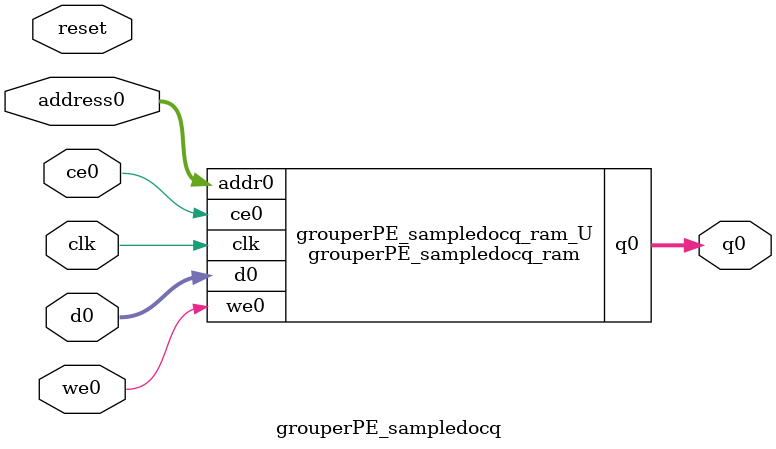
<source format=v>
`timescale 1 ns / 1 ps
module grouperPE_sampledocq_ram (addr0, ce0, d0, we0, q0,  clk);

parameter DWIDTH = 8;
parameter AWIDTH = 11;
parameter MEM_SIZE = 2048;

input[AWIDTH-1:0] addr0;
input ce0;
input[DWIDTH-1:0] d0;
input we0;
output reg[DWIDTH-1:0] q0;
input clk;

(* ram_style = "block" *)reg [DWIDTH-1:0] ram[0:MEM_SIZE-1];




always @(posedge clk)  
begin 
    if (ce0) 
    begin
        if (we0) 
        begin 
            ram[addr0] <= d0; 
        end 
        q0 <= ram[addr0];
    end
end


endmodule

`timescale 1 ns / 1 ps
module grouperPE_sampledocq(
    reset,
    clk,
    address0,
    ce0,
    we0,
    d0,
    q0);

parameter DataWidth = 32'd8;
parameter AddressRange = 32'd2048;
parameter AddressWidth = 32'd11;
input reset;
input clk;
input[AddressWidth - 1:0] address0;
input ce0;
input we0;
input[DataWidth - 1:0] d0;
output[DataWidth - 1:0] q0;



grouperPE_sampledocq_ram grouperPE_sampledocq_ram_U(
    .clk( clk ),
    .addr0( address0 ),
    .ce0( ce0 ),
    .we0( we0 ),
    .d0( d0 ),
    .q0( q0 ));

endmodule


</source>
